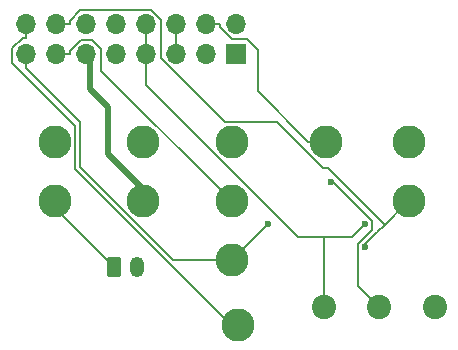
<source format=gbr>
%TF.GenerationSoftware,KiCad,Pcbnew,8.0.1*%
%TF.CreationDate,2024-03-24T16:32:44+02:00*%
%TF.ProjectId,88_Project,38385f50-726f-46a6-9563-742e6b696361,5*%
%TF.SameCoordinates,Original*%
%TF.FileFunction,Copper,L2,Bot*%
%TF.FilePolarity,Positive*%
%FSLAX46Y46*%
G04 Gerber Fmt 4.6, Leading zero omitted, Abs format (unit mm)*
G04 Created by KiCad (PCBNEW 8.0.1) date 2024-03-24 16:32:44*
%MOMM*%
%LPD*%
G01*
G04 APERTURE LIST*
G04 Aperture macros list*
%AMRoundRect*
0 Rectangle with rounded corners*
0 $1 Rounding radius*
0 $2 $3 $4 $5 $6 $7 $8 $9 X,Y pos of 4 corners*
0 Add a 4 corners polygon primitive as box body*
4,1,4,$2,$3,$4,$5,$6,$7,$8,$9,$2,$3,0*
0 Add four circle primitives for the rounded corners*
1,1,$1+$1,$2,$3*
1,1,$1+$1,$4,$5*
1,1,$1+$1,$6,$7*
1,1,$1+$1,$8,$9*
0 Add four rect primitives between the rounded corners*
20,1,$1+$1,$2,$3,$4,$5,0*
20,1,$1+$1,$4,$5,$6,$7,0*
20,1,$1+$1,$6,$7,$8,$9,0*
20,1,$1+$1,$8,$9,$2,$3,0*%
G04 Aperture macros list end*
%TA.AperFunction,ComponentPad*%
%ADD10C,2.057400*%
%TD*%
%TA.AperFunction,ComponentPad*%
%ADD11C,2.800000*%
%TD*%
%TA.AperFunction,ComponentPad*%
%ADD12RoundRect,0.250000X-0.350000X-0.625000X0.350000X-0.625000X0.350000X0.625000X-0.350000X0.625000X0*%
%TD*%
%TA.AperFunction,ComponentPad*%
%ADD13O,1.200000X1.750000*%
%TD*%
%TA.AperFunction,ComponentPad*%
%ADD14R,1.700000X1.700000*%
%TD*%
%TA.AperFunction,ComponentPad*%
%ADD15O,1.700000X1.700000*%
%TD*%
%TA.AperFunction,ViaPad*%
%ADD16C,0.600000*%
%TD*%
%TA.AperFunction,Conductor*%
%ADD17C,0.500000*%
%TD*%
%TA.AperFunction,Conductor*%
%ADD18C,0.200000*%
%TD*%
G04 APERTURE END LIST*
D10*
%TO.P,SW1,1,1*%
%TO.N,BATT*%
X81301000Y-127000000D03*
%TO.P,SW1,2,2*%
%TO.N,SWITCH*%
X86000000Y-127000000D03*
%TO.P,SW1,3,3*%
%TO.N,unconnected-(SW1-Pad3)*%
X90699000Y-127000000D03*
%TD*%
D11*
%TO.P,TP7,1,1*%
%TO.N,Motor1_A*%
X73500000Y-118000000D03*
%TD*%
%TO.P,TP6,1,1*%
%TO.N,Motor2_B*%
X66000000Y-113000000D03*
%TD*%
%TO.P,TP8,1,1*%
%TO.N,Motor1_B*%
X73500000Y-123000000D03*
%TD*%
%TO.P,TP4,1,1*%
%TO.N,SWITCH*%
X58500000Y-118000000D03*
%TD*%
%TO.P,TP1,1,1*%
%TO.N,5V*%
X66000000Y-118000000D03*
%TD*%
%TO.P,TP3,1,1*%
%TO.N,BATT*%
X58500000Y-113000000D03*
%TD*%
%TO.P,TP5,1,1*%
%TO.N,Motor2_A*%
X73500000Y-113000000D03*
%TD*%
%TO.P,TP11,1,1*%
%TO.N,PC8*%
X88500000Y-118000000D03*
%TD*%
%TO.P,TP10,1,1*%
%TO.N,PC7*%
X81500000Y-113000000D03*
%TD*%
%TO.P,TP12,1,1*%
%TO.N,PC9*%
X74000000Y-128500000D03*
%TD*%
%TO.P,TP9,1,1*%
%TO.N,PC6*%
X88500000Y-113000000D03*
%TD*%
D12*
%TO.P,J2,1,Pin_1*%
%TO.N,SWITCH*%
X63500000Y-123550000D03*
D13*
%TO.P,J2,2,Pin_2*%
%TO.N,GND*%
X65500000Y-123550000D03*
%TD*%
D14*
%TO.P,J1,1,Pin_1*%
%TO.N,Motor2_A*%
X73875000Y-105540000D03*
D15*
%TO.P,J1,2,Pin_2*%
%TO.N,PC6*%
X73875000Y-103000000D03*
%TO.P,J1,3,Pin_3*%
%TO.N,Motor2_B*%
X71335000Y-105540000D03*
%TO.P,J1,4,Pin_4*%
%TO.N,PC7*%
X71335000Y-103000000D03*
%TO.P,J1,5,Pin_5*%
%TO.N,GND*%
X68795000Y-105540000D03*
%TO.P,J1,6,Pin_6*%
X68795000Y-103000000D03*
%TO.P,J1,7,Pin_7*%
%TO.N,BATT*%
X66255000Y-105540000D03*
%TO.P,J1,8,Pin_8*%
X66255000Y-103000000D03*
%TO.P,J1,9,Pin_9*%
%TO.N,unconnected-(J1-Pin_9-Pad9)*%
X63715000Y-105540000D03*
%TO.P,J1,10,Pin_10*%
%TO.N,BATT_ADC*%
X63715000Y-103000000D03*
%TO.P,J1,11,Pin_11*%
%TO.N,5V*%
X61175000Y-105540000D03*
%TO.P,J1,12,Pin_12*%
X61175000Y-103000000D03*
%TO.P,J1,13,Pin_13*%
%TO.N,Motor1_A*%
X58635000Y-105540000D03*
%TO.P,J1,14,Pin_14*%
%TO.N,PC8*%
X58635000Y-103000000D03*
%TO.P,J1,15,Pin_15*%
%TO.N,Motor1_B*%
X56095000Y-105540000D03*
%TO.P,J1,16,Pin_16*%
%TO.N,PC9*%
X56095000Y-103000000D03*
%TD*%
D16*
%TO.N,SWITCH*%
X81944900Y-116381800D03*
%TO.N,Motor1_B*%
X76550000Y-119950000D03*
%TO.N,PC8*%
X84821400Y-121900000D03*
%TO.N,BATT*%
X84815500Y-119950000D03*
%TD*%
D17*
%TO.N,5V*%
X63000000Y-110000000D02*
X61500000Y-108500000D01*
X61500000Y-108500000D02*
X61500000Y-105865000D01*
X63000000Y-114000000D02*
X63000000Y-110000000D01*
X66000000Y-117000000D02*
X63000000Y-114000000D01*
X61500000Y-105865000D02*
X61175000Y-105540000D01*
X66000000Y-118000000D02*
X66000000Y-117000000D01*
D18*
%TO.N,PC7*%
X72486700Y-103000000D02*
X71335000Y-103000000D01*
X72486700Y-103268500D02*
X72486700Y-103000000D01*
X74754600Y-104270000D02*
X73488200Y-104270000D01*
X75707500Y-105222900D02*
X74754600Y-104270000D01*
X80000000Y-113000000D02*
X75707500Y-108707500D01*
X75707500Y-108707500D02*
X75707500Y-105222900D01*
X73488200Y-104270000D02*
X72486700Y-103268500D01*
X81500000Y-113000000D02*
X80000000Y-113000000D01*
%TO.N,GND*%
X68795000Y-103000000D02*
X68795000Y-105540000D01*
%TO.N,SWITCH*%
X58500000Y-118550000D02*
X58500000Y-118000000D01*
X63500000Y-123550000D02*
X58500000Y-118550000D01*
X82099800Y-116381800D02*
X81944900Y-116381800D01*
X85417300Y-119699300D02*
X82099800Y-116381800D01*
X85417300Y-120403600D02*
X85417300Y-119699300D01*
X84219600Y-121601300D02*
X85417300Y-120403600D01*
X84219600Y-125219600D02*
X84219600Y-121601300D01*
X86000000Y-127000000D02*
X84219600Y-125219600D01*
%TO.N,Motor1_B*%
X73500000Y-123000000D02*
X76550000Y-119950000D01*
X56095000Y-105540000D02*
X56095000Y-106691700D01*
X60686600Y-111283300D02*
X56095000Y-106691700D01*
X60686600Y-115121800D02*
X60686600Y-111283300D01*
X68564800Y-123000000D02*
X60686600Y-115121800D01*
X73500000Y-123000000D02*
X68564800Y-123000000D01*
%TO.N,PC8*%
X58635000Y-103000000D02*
X59786700Y-103000000D01*
X81625400Y-115179400D02*
X86456800Y-120010700D01*
X81209400Y-115179400D02*
X81625400Y-115179400D01*
X77328300Y-111298300D02*
X81209400Y-115179400D01*
X72909200Y-111298300D02*
X77328300Y-111298300D01*
X67525000Y-105914100D02*
X72909200Y-111298300D01*
X67525000Y-102627200D02*
X67525000Y-105914100D01*
X66700100Y-101802300D02*
X67525000Y-102627200D01*
X60696500Y-101802300D02*
X66700100Y-101802300D01*
X59786700Y-102712100D02*
X60696500Y-101802300D01*
X59786700Y-103000000D02*
X59786700Y-102712100D01*
X88467500Y-118000000D02*
X86456800Y-120010700D01*
X88500000Y-118000000D02*
X88467500Y-118000000D01*
X85819000Y-120648500D02*
X86456800Y-120010700D01*
X85819000Y-120650600D02*
X85819000Y-120648500D01*
X84821400Y-121648200D02*
X85819000Y-120650600D01*
X84821400Y-121900000D02*
X84821400Y-121648200D01*
%TO.N,Motor1_A*%
X62445000Y-106945000D02*
X73500000Y-118000000D01*
X62445000Y-105121700D02*
X62445000Y-106945000D01*
X61653200Y-104329900D02*
X62445000Y-105121700D01*
X60708900Y-104329900D02*
X61653200Y-104329900D01*
X59786700Y-105252100D02*
X60708900Y-104329900D01*
X59786700Y-105540000D02*
X59786700Y-105252100D01*
X58635000Y-105540000D02*
X59786700Y-105540000D01*
%TO.N,PC9*%
X73468000Y-128500000D02*
X74000000Y-128500000D01*
X60242600Y-115274600D02*
X73468000Y-128500000D01*
X60242600Y-111671500D02*
X60242600Y-115274600D01*
X54907400Y-106336300D02*
X60242600Y-111671500D01*
X54907400Y-105051400D02*
X54907400Y-106336300D01*
X55807100Y-104151700D02*
X54907400Y-105051400D01*
X56095000Y-104151700D02*
X55807100Y-104151700D01*
X56095000Y-103000000D02*
X56095000Y-104151700D01*
%TO.N,BATT*%
X66255000Y-103000000D02*
X66255000Y-105540000D01*
X81301000Y-121063100D02*
X81301000Y-127000000D01*
X79125500Y-121063100D02*
X81301000Y-121063100D01*
X66255000Y-108192600D02*
X79125500Y-121063100D01*
X66255000Y-105540000D02*
X66255000Y-108192600D01*
X83702400Y-121063100D02*
X84815500Y-119950000D01*
X81301000Y-121063100D02*
X83702400Y-121063100D01*
%TD*%
M02*

</source>
